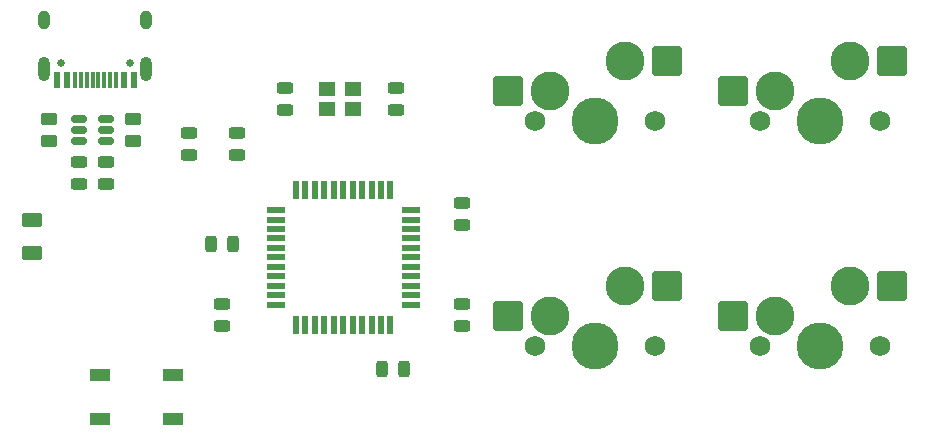
<source format=gbs>
G04 #@! TF.GenerationSoftware,KiCad,Pcbnew,(6.0.8-1)-1*
G04 #@! TF.CreationDate,2022-10-31T00:23:31-07:00*
G04 #@! TF.ProjectId,hayabusa04,68617961-6275-4736-9130-342e6b696361,rev?*
G04 #@! TF.SameCoordinates,Original*
G04 #@! TF.FileFunction,Soldermask,Bot*
G04 #@! TF.FilePolarity,Negative*
%FSLAX46Y46*%
G04 Gerber Fmt 4.6, Leading zero omitted, Abs format (unit mm)*
G04 Created by KiCad (PCBNEW (6.0.8-1)-1) date 2022-10-31 00:23:31*
%MOMM*%
%LPD*%
G01*
G04 APERTURE LIST*
G04 Aperture macros list*
%AMRoundRect*
0 Rectangle with rounded corners*
0 $1 Rounding radius*
0 $2 $3 $4 $5 $6 $7 $8 $9 X,Y pos of 4 corners*
0 Add a 4 corners polygon primitive as box body*
4,1,4,$2,$3,$4,$5,$6,$7,$8,$9,$2,$3,0*
0 Add four circle primitives for the rounded corners*
1,1,$1+$1,$2,$3*
1,1,$1+$1,$4,$5*
1,1,$1+$1,$6,$7*
1,1,$1+$1,$8,$9*
0 Add four rect primitives between the rounded corners*
20,1,$1+$1,$2,$3,$4,$5,0*
20,1,$1+$1,$4,$5,$6,$7,0*
20,1,$1+$1,$6,$7,$8,$9,0*
20,1,$1+$1,$8,$9,$2,$3,0*%
G04 Aperture macros list end*
%ADD10RoundRect,0.243750X0.456250X-0.243750X0.456250X0.243750X-0.456250X0.243750X-0.456250X-0.243750X0*%
%ADD11RoundRect,0.243750X-0.456250X0.243750X-0.456250X-0.243750X0.456250X-0.243750X0.456250X0.243750X0*%
%ADD12RoundRect,0.243750X0.243750X0.456250X-0.243750X0.456250X-0.243750X-0.456250X0.243750X-0.456250X0*%
%ADD13R,1.800000X1.100000*%
%ADD14R,1.500000X0.550000*%
%ADD15R,0.550000X1.500000*%
%ADD16R,1.400000X1.200000*%
%ADD17C,3.987800*%
%ADD18C,1.750000*%
%ADD19C,3.300000*%
%ADD20RoundRect,0.250000X1.025000X1.000000X-1.025000X1.000000X-1.025000X-1.000000X1.025000X-1.000000X0*%
%ADD21RoundRect,0.250000X-0.450000X0.262500X-0.450000X-0.262500X0.450000X-0.262500X0.450000X0.262500X0*%
%ADD22C,0.650000*%
%ADD23R,0.600000X1.450000*%
%ADD24R,0.300000X1.450000*%
%ADD25O,1.000000X2.100000*%
%ADD26O,1.000000X1.600000*%
%ADD27RoundRect,0.250000X0.450000X-0.262500X0.450000X0.262500X-0.450000X0.262500X-0.450000X-0.262500X0*%
%ADD28RoundRect,0.150000X0.512500X0.150000X-0.512500X0.150000X-0.512500X-0.150000X0.512500X-0.150000X0*%
%ADD29RoundRect,0.250000X-0.625000X0.375000X-0.625000X-0.375000X0.625000X-0.375000X0.625000X0.375000X0*%
G04 APERTURE END LIST*
D10*
X152209500Y-73962500D03*
X152209500Y-72087500D03*
X146621500Y-64183500D03*
X146621500Y-62308500D03*
D11*
X137223500Y-62308500D03*
X137223500Y-64183500D03*
D10*
X133159500Y-68042000D03*
X133159500Y-66167000D03*
D12*
X147368500Y-86106000D03*
X145493500Y-86106000D03*
X132890500Y-75565000D03*
X131015500Y-75565000D03*
D11*
X131953000Y-80596500D03*
X131953000Y-82471500D03*
D10*
X119819067Y-70455000D03*
X119819067Y-68580000D03*
D11*
X122105067Y-68580000D03*
X122105067Y-70455000D03*
X129159000Y-66118500D03*
X129159000Y-67993500D03*
D10*
X152209500Y-82471500D03*
X152209500Y-80596500D03*
D13*
X121562000Y-90369000D03*
X127762000Y-86669000D03*
X121562000Y-86669000D03*
X127762000Y-90369000D03*
D14*
X136491500Y-80670000D03*
X136491500Y-79870000D03*
X136491500Y-79070000D03*
X136491500Y-78270000D03*
X136491500Y-77470000D03*
X136491500Y-76670000D03*
X136491500Y-75870000D03*
X136491500Y-75070000D03*
X136491500Y-74270000D03*
X136491500Y-73470000D03*
X136491500Y-72670000D03*
D15*
X138191500Y-70970000D03*
X138991500Y-70970000D03*
X139791500Y-70970000D03*
X140591500Y-70970000D03*
X141391500Y-70970000D03*
X142191500Y-70970000D03*
X142991500Y-70970000D03*
X143791500Y-70970000D03*
X144591500Y-70970000D03*
X145391500Y-70970000D03*
X146191500Y-70970000D03*
D14*
X147891500Y-72670000D03*
X147891500Y-73470000D03*
X147891500Y-74270000D03*
X147891500Y-75070000D03*
X147891500Y-75870000D03*
X147891500Y-76670000D03*
X147891500Y-77470000D03*
X147891500Y-78270000D03*
X147891500Y-79070000D03*
X147891500Y-79870000D03*
X147891500Y-80670000D03*
D15*
X146191500Y-82370000D03*
X145391500Y-82370000D03*
X144591500Y-82370000D03*
X143791500Y-82370000D03*
X142991500Y-82370000D03*
X142191500Y-82370000D03*
X141391500Y-82370000D03*
X140591500Y-82370000D03*
X139791500Y-82370000D03*
X138991500Y-82370000D03*
X138191500Y-82370000D03*
D16*
X143022500Y-64096000D03*
X140822500Y-64096000D03*
X140822500Y-62396000D03*
X143022500Y-62396000D03*
D17*
X182562500Y-65087500D03*
D18*
X187642500Y-65087500D03*
X177482500Y-65087500D03*
D19*
X178752500Y-62547500D03*
D20*
X175202500Y-62547500D03*
X188652500Y-60007500D03*
D19*
X185102500Y-60007500D03*
D17*
X182562500Y-84137500D03*
D18*
X177482500Y-84137500D03*
X187642500Y-84137500D03*
D19*
X178752500Y-81597500D03*
D20*
X175202500Y-81597500D03*
X188652500Y-79057500D03*
D19*
X185102500Y-79057500D03*
D21*
X124391067Y-65000500D03*
X124391067Y-66825500D03*
D22*
X118326067Y-60206000D03*
X124106067Y-60206000D03*
D23*
X117966067Y-61651000D03*
X118766067Y-61651000D03*
D24*
X119966067Y-61651000D03*
X120966067Y-61651000D03*
X121466067Y-61651000D03*
X122466067Y-61651000D03*
D23*
X123666067Y-61651000D03*
X124466067Y-61651000D03*
X124466067Y-61651000D03*
X123666067Y-61651000D03*
D24*
X122966067Y-61651000D03*
X121966067Y-61651000D03*
X120466067Y-61651000D03*
X119466067Y-61651000D03*
D23*
X118766067Y-61651000D03*
X117966067Y-61651000D03*
D25*
X125536067Y-60736000D03*
X116896067Y-60736000D03*
D26*
X125536067Y-56556000D03*
X116896067Y-56556000D03*
D17*
X163512500Y-65087500D03*
D18*
X168592500Y-65087500D03*
X158432500Y-65087500D03*
D20*
X156152500Y-62547500D03*
D19*
X159702500Y-62547500D03*
D20*
X169602500Y-60007500D03*
D19*
X166052500Y-60007500D03*
D27*
X117279067Y-66825500D03*
X117279067Y-65000500D03*
D28*
X122124967Y-64963000D03*
X122124967Y-65913000D03*
X122124967Y-66863000D03*
X119849967Y-66863000D03*
X119849967Y-65913000D03*
X119849967Y-64963000D03*
D18*
X168592500Y-84137500D03*
D17*
X163512500Y-84137500D03*
D18*
X158432500Y-84137500D03*
D20*
X156152500Y-81597500D03*
D19*
X159702500Y-81597500D03*
D20*
X169602500Y-79057500D03*
D19*
X166052500Y-79057500D03*
D29*
X115882067Y-73530000D03*
X115882067Y-76330000D03*
M02*

</source>
